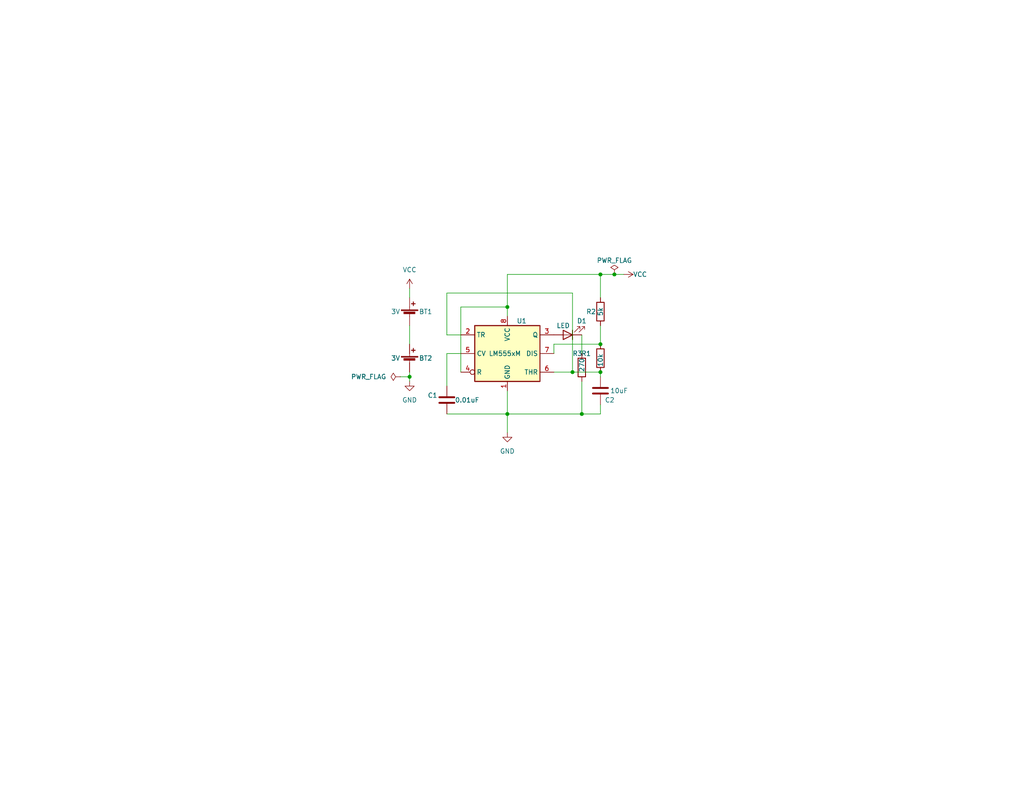
<source format=kicad_sch>
(kicad_sch (version 20211123) (generator eeschema)
  (paper "A")
  (lib_symbols
    (symbol "Device:C" (pin_numbers hide) (pin_names (offset 0.254))
      (property "Reference" "C" (at 0.635 2.54 0))
      (property "Value" "C" (at 0.635 -2.54 0))
      (symbol "C_0_1"
        (polyline (pts (xy -2.032 -0.762) (xy 2.032 -0.762)) (stroke (width 0.508)))
        (polyline (pts (xy -2.032 0.762) (xy 2.032 0.762)) (stroke (width 0.508)))
      )
      (symbol "C_1_1"
        (pin passive line (at 0 3.81 270) (length 2.794) (name "~") (number "1"))
        (pin passive line (at 0 -3.81 90) (length 2.794) (name "~") (number "2"))
      )
    )
    (symbol "Device:LED" (pin_numbers hide) (pin_names (offset 1.016) hide)
      (property "Reference" "D" (at 0 2.54 0))
      (property "Value" "LED" (at 0 -2.54 0))
      (symbol "LED_0_1"
        (polyline (pts (xy -1.27 -1.27) (xy -1.27 1.27)) (stroke (width 0.254)))
        (polyline (pts (xy -1.27 0) (xy 1.27 0)))
        (polyline (pts (xy 1.27 -1.27) (xy 1.27 1.27) (xy -1.27 0) (xy 1.27 -1.27)) (stroke (width 0.254)))
        (polyline (pts (xy -3.048 -0.762) (xy -4.572 -2.286) (xy -3.81 -2.286) (xy -4.572 -2.286) (xy -4.572 -1.524)))
        (polyline (pts (xy -1.778 -0.762) (xy -3.302 -2.286) (xy -2.54 -2.286) (xy -3.302 -2.286) (xy -3.302 -1.524)))
      )
      (symbol "LED_1_1"
        (pin passive line (at -3.81 0 0) (length 2.54) (name "K") (number "1"))
        (pin passive line (at 3.81 0 180) (length 2.54) (name "A") (number "2"))
      )
    )
    (symbol "Device:R" (pin_numbers hide) (pin_names (offset 0))
      (property "Reference" "R" (at 2.032 0 90))
      (property "Value" "R" (at 0 0 90))
      (symbol "R_0_1"
        (rectangle (start -1.016 -2.54) (end 1.016 2.54) (stroke (width 0.254)))
      )
      (symbol "R_1_1"
        (pin passive line (at 0 3.81 270) (length 1.27) (name "~") (number "1"))
        (pin passive line (at 0 -3.81 90) (length 1.27) (name "~") (number "2"))
      )
    )
    (symbol "Intro_Project-cache:Device_Battery_Cell" (pin_numbers hide) (pin_names (offset 0) hide)
      (property "Reference" "BT" (at 2.54 2.54 0))
      (property "Value" "Device_Battery_Cell" (at 2.54 0 0))
      (symbol "Device_Battery_Cell_0_1"
        (rectangle (start -2.286 1.778) (end 2.286 1.524) (fill (type outline)))
        (rectangle (start -1.5748 1.1938) (end 1.4732 0.6858) (fill (type outline)))
        (polyline (pts (xy 0 0.762) (xy 0 0)))
        (polyline (pts (xy 0 1.778) (xy 0 2.54)))
        (polyline (pts (xy 0.508 3.429) (xy 1.524 3.429)) (stroke (width 0.254)))
        (polyline (pts (xy 1.016 3.937) (xy 1.016 2.921)) (stroke (width 0.254)))
      )
      (symbol "Device_Battery_Cell_1_1"
        (pin passive line (at 0 5.08 270) (length 2.54) (name "+") (number "1"))
        (pin passive line (at 0 -2.54 90) (length 2.54) (name "-") (number "2"))
      )
    )
    (symbol "Timer:LM555xM"
      (property "Reference" "U" (at -10.16 8.89 0))
      (property "Value" "LM555xM" (at 2.54 8.89 0))
      (symbol "LM555xM_0_0"
        (pin power_in line (at 0 -10.16 90) (length 2.54) (name "GND") (number "1"))
        (pin power_in line (at 0 10.16 270) (length 2.54) (name "VCC") (number "8"))
      )
      (symbol "LM555xM_0_1"
        (rectangle (start -8.89 -7.62) (end 8.89 7.62) (stroke (width 0.254)) (fill (type background)))
        (rectangle (start -8.89 -7.62) (end 8.89 7.62) (stroke (width 0.254)) (fill (type background)))
      )
      (symbol "LM555xM_1_1"
        (pin input line (at -12.7 5.08 0) (length 3.81) (name "TR") (number "2"))
        (pin output line (at 12.7 5.08 180) (length 3.81) (name "Q") (number "3"))
        (pin input inverted (at -12.7 -5.08 0) (length 3.81) (name "R") (number "4"))
        (pin input line (at -12.7 0 0) (length 3.81) (name "CV") (number "5"))
        (pin input line (at 12.7 -5.08 180) (length 3.81) (name "THR") (number "6"))
        (pin input line (at 12.7 0 180) (length 3.81) (name "DIS") (number "7"))
      )
    )
    (symbol "power:GND" (power) (pin_names (offset 0))
      (property "Value" "GND" (at 0 -3.81 0))
      (symbol "GND_0_1"
        (polyline (pts (xy 0 0) (xy 0 -1.27) (xy 1.27 -1.27) (xy 0 -2.54) (xy -1.27 -1.27) (xy 0 -1.27)))
      )
      (symbol "GND_1_1"
        (pin power_in line (at 0 0 270) (length 0) hide (name "GND") (number "1"))
      )
    )
    (symbol "power:PWR_FLAG" (power) (pin_numbers hide) (pin_names (offset 0) hide)
      (property "Value" "PWR_FLAG" (at 0 3.81 0))
      (symbol "PWR_FLAG_0_0"
        (pin power_out line (at 0 0 90) (length 0) (name "pwr") (number "1"))
      )
      (symbol "PWR_FLAG_0_1"
        (polyline (pts (xy 0 0) (xy 0 1.27) (xy -1.016 1.905) (xy 0 2.54) (xy 1.016 1.905) (xy 0 1.27)))
      )
    )
    (symbol "power:VCC" (power) (pin_names (offset 0))
      (property "Value" "VCC" (at 0 3.81 0))
      (symbol "VCC_0_1"
        (polyline (pts (xy -0.762 1.27) (xy 0 2.54)))
        (polyline (pts (xy 0 0) (xy 0 2.54)))
        (polyline (pts (xy 0 2.54) (xy 0.762 1.27)))
      )
      (symbol "VCC_1_1"
        (pin power_in line (at 0 0 90) (length 0) hide (name "VCC") (number "1"))
      )
    )
  )
  (junction (at 138.43 113.03))
  (junction (at 163.83 74.93))
  (junction (at 156.21 101.6))
  (junction (at 167.64 74.93))
  (junction (at 138.43 83.82))
  (junction (at 163.83 93.98))
  (junction (at 158.75 113.03))
  (junction (at 163.83 101.6))
  (junction (at 111.76 102.87))
  (wire (pts (xy 170.18 74.93) (xy 167.64 74.93)))
  (wire (pts (xy 138.43 83.82) (xy 138.43 86.36)))
  (wire (pts (xy 163.83 101.6) (xy 163.83 102.87)))
  (wire (pts (xy 163.83 88.9) (xy 163.83 93.98)))
  (wire (pts (xy 138.43 113.03) (xy 158.75 113.03)))
  (wire (pts (xy 121.92 91.44) (xy 121.92 80.01)))
  (wire (pts (xy 121.92 96.52) (xy 121.92 105.41)))
  (wire (pts (xy 158.75 91.44) (xy 158.75 96.52)))
  (wire (pts (xy 125.73 96.52) (xy 121.92 96.52)))
  (wire (pts (xy 163.83 110.49) (xy 163.83 113.03)))
  (wire (pts (xy 158.75 113.03) (xy 163.83 113.03)))
  (wire (pts (xy 138.43 113.03) (xy 138.43 118.11)))
  (wire (pts (xy 156.21 101.6) (xy 163.83 101.6)))
  (wire (pts (xy 111.76 101.6) (xy 111.76 102.87)))
  (wire (pts (xy 151.13 101.6) (xy 156.21 101.6)))
  (wire (pts (xy 151.13 93.98) (xy 163.83 93.98)))
  (wire (pts (xy 163.83 74.93) (xy 138.43 74.93)))
  (wire (pts (xy 111.76 78.74) (xy 111.76 81.28)))
  (wire (pts (xy 138.43 106.68) (xy 138.43 113.03)))
  (wire (pts (xy 125.73 83.82) (xy 125.73 101.6)))
  (wire (pts (xy 158.75 104.14) (xy 158.75 113.03)))
  (wire (pts (xy 125.73 91.44) (xy 121.92 91.44)))
  (wire (pts (xy 111.76 102.87) (xy 111.76 104.14)))
  (wire (pts (xy 109.22 102.87) (xy 111.76 102.87)))
  (wire (pts (xy 167.64 74.93) (xy 163.83 74.93)))
  (wire (pts (xy 156.21 80.01) (xy 156.21 101.6)))
  (wire (pts (xy 111.76 88.9) (xy 111.76 93.98)))
  (wire (pts (xy 151.13 96.52) (xy 151.13 93.98)))
  (wire (pts (xy 125.73 83.82) (xy 138.43 83.82)))
  (wire (pts (xy 163.83 74.93) (xy 163.83 81.28)))
  (wire (pts (xy 138.43 74.93) (xy 138.43 83.82)))
  (wire (pts (xy 121.92 113.03) (xy 138.43 113.03)))
  (wire (pts (xy 121.92 80.01) (xy 156.21 80.01)))
  (symbol (lib_id "Device:R") (at 163.83 97.79 180) (unit 1)
    (property "Reference" "R1" (at 161.29 96.52 0) (effects (justify left)))
    (property "Value" "10k" (at 163.83 96.52 90) (effects (justify left)))
    (property "Footprint" "Resistor_SMD:R_0805_2012Metric_Pad1.20x1.40mm_HandSolder" (effects hide))
  )
  (symbol (lib_id "Timer:LM555xM") (at 138.43 96.52 0) (unit 1)
    (property "Reference" "U1" (at 140.97 87.63 0) (effects (justify left)))
    (property "Value" "LM555xM" (at 133.35 96.52 0) (effects (justify left)))
    (property "Footprint" "Package_SO:SOIC-8_3.9x4.9mm_P1.27mm" (effects hide))
    (property "Datasheet" "http://www.ti.com/lit/ds/symlink/lm555.pdf" (effects hide))
  )
  (symbol (lib_id "power:PWR_FLAG") (at 167.64 74.93 0) (unit 1)
    (property "Reference" "#FLG02" (effects hide))
    (property "Value" "PWR_FLAG" (at 167.64 71.12 0))
  )
  (symbol (lib_id "Device:R") (at 163.83 85.09 180) (unit 1)
    (property "Reference" "R2" (at 161.29 85.09 0))
    (property "Value" "5k" (at 163.83 85.09 90))
    (property "Footprint" "Resistor_SMD:R_0805_2012Metric_Pad1.20x1.40mm_HandSolder" (effects hide))
  )
  (symbol (lib_id "power:GND") (at 111.76 104.14 0) (unit 1)
    (property "Reference" "#PWR02" (effects hide))
    (property "Value" "GND" (at 111.76 109.22 0))
  )
  (symbol (lib_id "Device:LED") (at 154.94 91.44 180) (unit 1)
    (property "Reference" "D1" (at 158.75 87.63 0))
    (property "Value" "LED" (at 153.67 88.9 0))
    (property "Footprint" "LED_SMD:LED_0805_2012Metric_Pad1.15x1.40mm_HandSolder" (effects hide))
  )
  (symbol (lib_id "power:PWR_FLAG") (at 109.22 102.87 90) (unit 1)
    (property "Reference" "#FLG0101" (effects hide))
    (property "Value" "PWR_FLAG" (at 105.41 102.8699 90) (effects (justify left)))
  )
  (symbol (lib_id "power:VCC") (at 111.76 78.74 0) (unit 1)
    (property "Reference" "#PWR01" (effects hide))
    (property "Value" "VCC" (at 111.76 73.66 0))
  )
  (symbol (lib_id "power:GND") (at 138.43 118.11 0) (unit 1)
    (property "Reference" "#PWR0102" (effects hide))
    (property "Value" "GND" (at 138.43 123.19 0))
  )
  (symbol (lib_id "Device:C") (at 121.92 109.22 180) (unit 1)
    (property "Reference" "C1" (at 119.38 107.95 0) (effects (justify left)))
    (property "Value" "0.01uF" (at 130.81 109.22 0) (effects (justify left)))
    (property "Footprint" "Capacitor_SMD:C_0805_2012Metric_Pad1.18x1.45mm_HandSolder" (effects hide))
  )
  (symbol (lib_id "Device:C") (at 163.83 106.68 180) (unit 1)
    (property "Reference" "C2" (at 166.37 109.22 0))
    (property "Value" "10uF" (at 168.91 106.68 0))
    (property "Footprint" "Capacitor_SMD:C_0805_2012Metric_Pad1.18x1.45mm_HandSolder" (effects hide))
  )
  (symbol (lib_id "Intro_Project-cache:Device_Battery_Cell") (at 111.76 86.36 0) (unit 1)
    (property "Reference" "BT1" (at 114.3 85.09 0) (effects (justify left)))
    (property "Value" "3V" (at 106.68 85.09 0) (effects (justify left)))
    (property "Footprint" "Battery:BatteryHolder_LINX_BAT-HLD-012-SMT" (effects hide))
  )
  (symbol (lib_id "Intro_Project-cache:Device_Battery_Cell") (at 111.76 99.06 0) (unit 1)
    (property "Reference" "BT2" (at 114.3 97.79 0) (effects (justify left)))
    (property "Value" "3V" (at 106.68 97.79 0) (effects (justify left)))
    (property "Footprint" "Battery:BatteryHolder_LINX_BAT-HLD-012-SMT" (effects hide))
  )
  (symbol (lib_id "Device:R") (at 158.75 100.33 0) (unit 1)
    (property "Reference" "R3" (at 156.21 96.52 0) (effects (justify left)))
    (property "Value" "270" (at 158.75 101.6 90) (effects (justify left)))
    (property "Footprint" "Resistor_SMD:R_0805_2012Metric_Pad1.20x1.40mm_HandSolder" (effects hide))
  )
  (symbol (lib_id "power:VCC") (at 170.18 74.93 270) (unit 1)
    (property "Reference" "#PWR0101" (effects hide))
    (property "Value" "VCC" (at 172.72 74.93 90) (effects (justify left)))
  )
)
</source>
